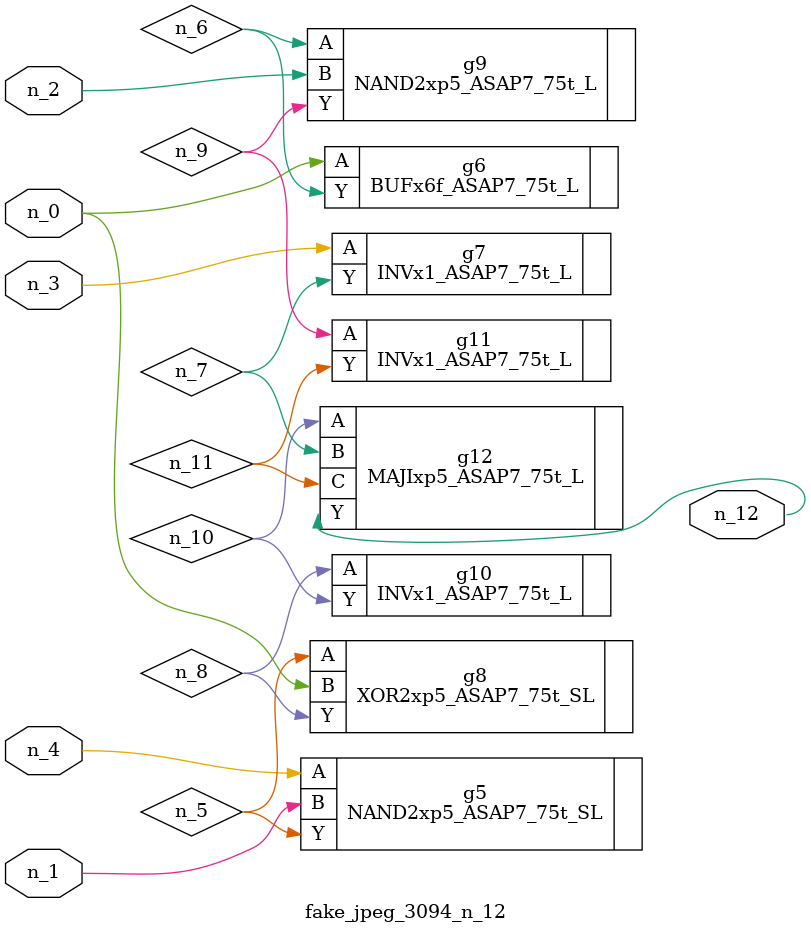
<source format=v>
module fake_jpeg_3094_n_12 (n_3, n_2, n_1, n_0, n_4, n_12);

input n_3;
input n_2;
input n_1;
input n_0;
input n_4;

output n_12;

wire n_11;
wire n_10;
wire n_8;
wire n_9;
wire n_6;
wire n_5;
wire n_7;

NAND2xp5_ASAP7_75t_SL g5 ( 
.A(n_4),
.B(n_1),
.Y(n_5)
);

BUFx6f_ASAP7_75t_L g6 ( 
.A(n_0),
.Y(n_6)
);

INVx1_ASAP7_75t_L g7 ( 
.A(n_3),
.Y(n_7)
);

XOR2xp5_ASAP7_75t_SL g8 ( 
.A(n_5),
.B(n_0),
.Y(n_8)
);

INVx1_ASAP7_75t_L g10 ( 
.A(n_8),
.Y(n_10)
);

NAND2xp5_ASAP7_75t_L g9 ( 
.A(n_6),
.B(n_2),
.Y(n_9)
);

INVx1_ASAP7_75t_L g11 ( 
.A(n_9),
.Y(n_11)
);

MAJIxp5_ASAP7_75t_L g12 ( 
.A(n_10),
.B(n_7),
.C(n_11),
.Y(n_12)
);


endmodule
</source>
